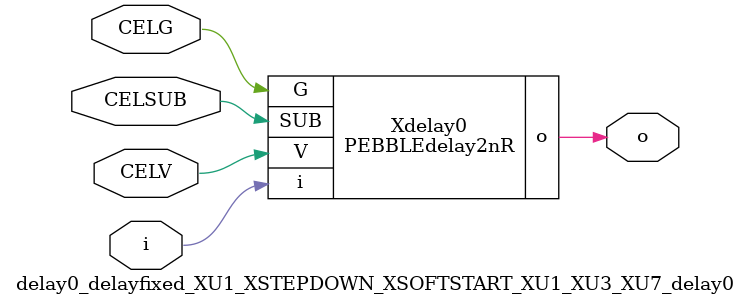
<source format=v>



module PEBBLEdelay2nR ( o, V, G, i, SUB );

  input V;
  input i;
  input G;
  output o;
  input SUB;
endmodule

//Celera Confidential Do Not Copy delay0_delayfixed_XU1_XSTEPDOWN_XSOFTSTART_XU1_XU3_XU7_delay0
//TYPE: fixed 2ns
module delay0_delayfixed_XU1_XSTEPDOWN_XSOFTSTART_XU1_XU3_XU7_delay0 (i, CELV, o,
CELG,CELSUB);
input CELV;
input i;
output o;
input CELSUB;
input CELG;

//Celera Confidential Do Not Copy delayfast0
PEBBLEdelay2nR Xdelay0(
.V (CELV),
.i (i),
.o (o),
.G (CELG),
.SUB (CELSUB)
);
//,diesize,PEBBLEdelay2nR

//Celera Confidential Do Not Copy Module End
//Celera Schematic Generator
endmodule

</source>
